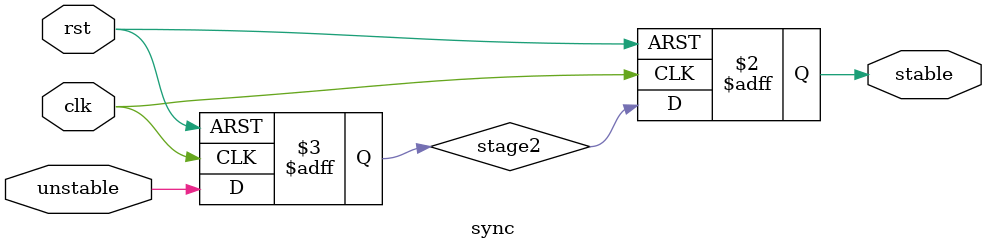
<source format=v>
`timescale 1ns / 1ps


module sync(
        input wire clk,
        input wire rst,
        input wire unstable,
        output reg stable
    );

        reg stage2;
    always @(posedge rst or posedge clk) 
    begin
        if (rst)
        begin
            stable <= 0;
            stage2 <= 0;
        end
        else
        begin
            stage2 <= unstable;
            stable <= stage2;   
        end
    end

endmodule

</source>
